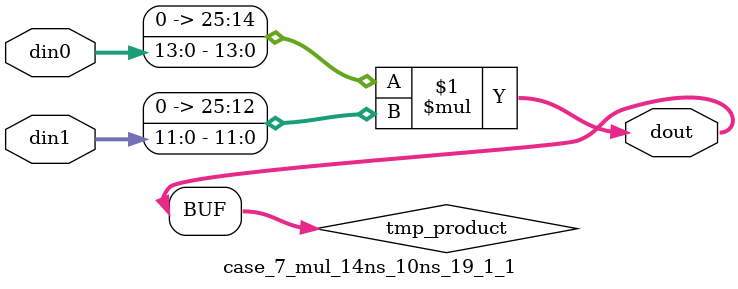
<source format=v>

`timescale 1 ns / 1 ps

 (* use_dsp = "no" *)  module case_7_mul_14ns_10ns_19_1_1(din0, din1, dout);
parameter ID = 1;
parameter NUM_STAGE = 0;
parameter din0_WIDTH = 14;
parameter din1_WIDTH = 12;
parameter dout_WIDTH = 26;

input [din0_WIDTH - 1 : 0] din0; 
input [din1_WIDTH - 1 : 0] din1; 
output [dout_WIDTH - 1 : 0] dout;

wire signed [dout_WIDTH - 1 : 0] tmp_product;
























assign tmp_product = $signed({1'b0, din0}) * $signed({1'b0, din1});











assign dout = tmp_product;





















endmodule

</source>
